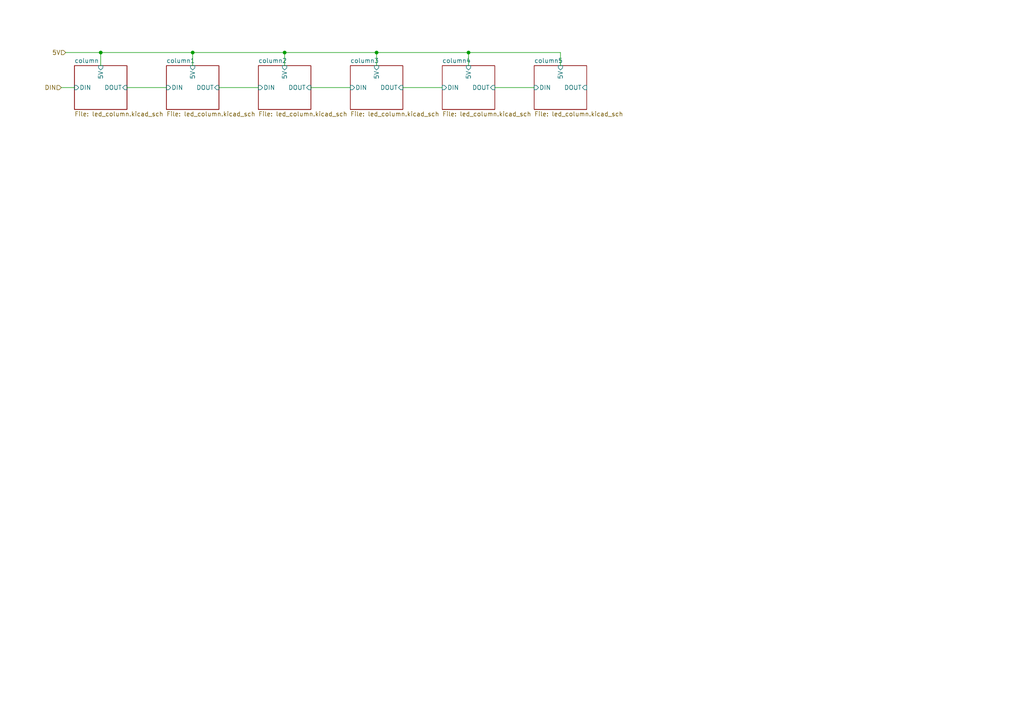
<source format=kicad_sch>
(kicad_sch
	(version 20250114)
	(generator "eeschema")
	(generator_version "9.0")
	(uuid "113e4874-f516-4521-ba12-7d3da8d9e60f")
	(paper "A4")
	(lib_symbols)
	(junction
		(at 55.88 15.24)
		(diameter 0)
		(color 0 0 0 0)
		(uuid "8b6fed59-07bc-41cc-95e6-57761977796f")
	)
	(junction
		(at 135.89 15.24)
		(diameter 0)
		(color 0 0 0 0)
		(uuid "8d47249d-67fa-46dc-a9c6-7b631592e623")
	)
	(junction
		(at 109.22 15.24)
		(diameter 0)
		(color 0 0 0 0)
		(uuid "b920a4b1-0fc5-4ae7-8d0d-963dc91fc376")
	)
	(junction
		(at 29.21 15.24)
		(diameter 0)
		(color 0 0 0 0)
		(uuid "c0d5b6ef-5892-4388-aeb6-524162d0160b")
	)
	(junction
		(at 82.55 15.24)
		(diameter 0)
		(color 0 0 0 0)
		(uuid "ed61aa6d-f9b2-431c-8daa-ad87fb3e8276")
	)
	(wire
		(pts
			(xy 116.84 25.4) (xy 128.27 25.4)
		)
		(stroke
			(width 0)
			(type default)
		)
		(uuid "090b045e-a3fb-45fc-a5c4-080fc2dc3cbd")
	)
	(wire
		(pts
			(xy 55.88 15.24) (xy 82.55 15.24)
		)
		(stroke
			(width 0)
			(type default)
		)
		(uuid "0a93210f-15e4-4d20-94f5-b50ac210f1ae")
	)
	(wire
		(pts
			(xy 135.89 15.24) (xy 109.22 15.24)
		)
		(stroke
			(width 0)
			(type default)
		)
		(uuid "19ca6325-7bf8-4fb7-994c-e590aa2b4600")
	)
	(wire
		(pts
			(xy 90.17 25.4) (xy 101.6 25.4)
		)
		(stroke
			(width 0)
			(type default)
		)
		(uuid "27dd8425-1b6d-4500-b194-c3fdf48fc8cb")
	)
	(wire
		(pts
			(xy 135.89 19.05) (xy 135.89 15.24)
		)
		(stroke
			(width 0)
			(type default)
		)
		(uuid "39e63172-296b-4a1b-ab55-9a035081e4cb")
	)
	(wire
		(pts
			(xy 29.21 19.05) (xy 29.21 15.24)
		)
		(stroke
			(width 0)
			(type default)
		)
		(uuid "456af404-7abe-4277-ae98-a232ce4f03ef")
	)
	(wire
		(pts
			(xy 82.55 15.24) (xy 109.22 15.24)
		)
		(stroke
			(width 0)
			(type default)
		)
		(uuid "48888d57-c19f-4247-935b-675b2e1cafc0")
	)
	(wire
		(pts
			(xy 162.56 15.24) (xy 135.89 15.24)
		)
		(stroke
			(width 0)
			(type default)
		)
		(uuid "64086866-29fe-40c2-916f-118186fb5e8f")
	)
	(wire
		(pts
			(xy 82.55 19.05) (xy 82.55 15.24)
		)
		(stroke
			(width 0)
			(type default)
		)
		(uuid "68f460c3-d545-4f67-b813-78411416d850")
	)
	(wire
		(pts
			(xy 29.21 15.24) (xy 19.05 15.24)
		)
		(stroke
			(width 0)
			(type default)
		)
		(uuid "7ad1dfe9-a093-408e-be3b-e7398622ee96")
	)
	(wire
		(pts
			(xy 36.83 25.4) (xy 48.26 25.4)
		)
		(stroke
			(width 0)
			(type default)
		)
		(uuid "906ffc81-98ee-4bdd-9b51-91f5c2044771")
	)
	(wire
		(pts
			(xy 55.88 19.05) (xy 55.88 15.24)
		)
		(stroke
			(width 0)
			(type default)
		)
		(uuid "90d0ed1d-eb91-41d5-90c4-ee81a048be1b")
	)
	(wire
		(pts
			(xy 17.78 25.4) (xy 21.59 25.4)
		)
		(stroke
			(width 0)
			(type default)
		)
		(uuid "9ccbebd7-afd9-4f03-b214-0ee8c108aa98")
	)
	(wire
		(pts
			(xy 29.21 15.24) (xy 55.88 15.24)
		)
		(stroke
			(width 0)
			(type default)
		)
		(uuid "db162ebc-c574-459a-916d-bab3301b1f00")
	)
	(wire
		(pts
			(xy 162.56 19.05) (xy 162.56 15.24)
		)
		(stroke
			(width 0)
			(type default)
		)
		(uuid "f1c165cc-8d44-4b0f-a256-3fd33990df58")
	)
	(wire
		(pts
			(xy 109.22 19.05) (xy 109.22 15.24)
		)
		(stroke
			(width 0)
			(type default)
		)
		(uuid "f8db3923-0708-4232-83c5-9ff2190dd236")
	)
	(wire
		(pts
			(xy 143.51 25.4) (xy 154.94 25.4)
		)
		(stroke
			(width 0)
			(type default)
		)
		(uuid "fa95847d-43c7-4378-8884-624c57f35a30")
	)
	(wire
		(pts
			(xy 63.5 25.4) (xy 74.93 25.4)
		)
		(stroke
			(width 0)
			(type default)
		)
		(uuid "ff70af09-5872-4359-9396-63a5b5dd3e26")
	)
	(hierarchical_label "DIN"
		(shape input)
		(at 17.78 25.4 180)
		(effects
			(font
				(size 1.27 1.27)
			)
			(justify right)
		)
		(uuid "0ec308ab-0ee5-4d04-b4b0-907522353bd8")
	)
	(hierarchical_label "5V"
		(shape input)
		(at 19.05 15.24 180)
		(effects
			(font
				(size 1.27 1.27)
			)
			(justify right)
		)
		(uuid "4c2947ac-ada2-4986-8b2a-c4e7971a67f4")
	)
	(sheet
		(at 101.6 19.05)
		(size 15.24 12.7)
		(exclude_from_sim no)
		(in_bom yes)
		(on_board yes)
		(dnp no)
		(fields_autoplaced yes)
		(stroke
			(width 0.1524)
			(type solid)
		)
		(fill
			(color 0 0 0 0.0000)
		)
		(uuid "0ecc1ad5-0806-4ddd-8982-8d74f4493808")
		(property "Sheetname" "column3"
			(at 101.6 18.3384 0)
			(effects
				(font
					(size 1.27 1.27)
				)
				(justify left bottom)
			)
		)
		(property "Sheetfile" "led_column.kicad_sch"
			(at 101.6 32.3346 0)
			(effects
				(font
					(size 1.27 1.27)
				)
				(justify left top)
			)
		)
		(pin "5V" input
			(at 109.22 19.05 90)
			(uuid "6aaa80b2-ccf6-4e4e-87b2-c55aff46a6c1")
			(effects
				(font
					(size 1.27 1.27)
				)
				(justify right)
			)
		)
		(pin "DIN" input
			(at 101.6 25.4 180)
			(uuid "20dad879-3e5c-4a0a-abeb-05dc843ea48b")
			(effects
				(font
					(size 1.27 1.27)
				)
				(justify left)
			)
		)
		(pin "DOUT" input
			(at 116.84 25.4 0)
			(uuid "d66eda2d-be8e-4bfe-a308-3e1d1b0eb9c5")
			(effects
				(font
					(size 1.27 1.27)
				)
				(justify right)
			)
		)
		(instances
			(project "roomsensor"
				(path "/48ddfdd8-68fa-4e63-aa18-bc113cdf8cfa/5cee5b65-7904-4d4d-b514-47220b319d3c"
					(page "17")
				)
			)
		)
	)
	(sheet
		(at 128.27 19.05)
		(size 15.24 12.7)
		(exclude_from_sim no)
		(in_bom yes)
		(on_board yes)
		(dnp no)
		(fields_autoplaced yes)
		(stroke
			(width 0.1524)
			(type solid)
		)
		(fill
			(color 0 0 0 0.0000)
		)
		(uuid "11bf6454-b3e9-4e0f-a2bf-d86f4991b37a")
		(property "Sheetname" "column4"
			(at 128.27 18.3384 0)
			(effects
				(font
					(size 1.27 1.27)
				)
				(justify left bottom)
			)
		)
		(property "Sheetfile" "led_column.kicad_sch"
			(at 128.27 32.3346 0)
			(effects
				(font
					(size 1.27 1.27)
				)
				(justify left top)
			)
		)
		(pin "5V" input
			(at 135.89 19.05 90)
			(uuid "15643367-a0f2-4eb8-b3be-09887362fbe9")
			(effects
				(font
					(size 1.27 1.27)
				)
				(justify right)
			)
		)
		(pin "DIN" input
			(at 128.27 25.4 180)
			(uuid "ddfb6cae-d320-40d1-9404-e0f3540c8d49")
			(effects
				(font
					(size 1.27 1.27)
				)
				(justify left)
			)
		)
		(pin "DOUT" input
			(at 143.51 25.4 0)
			(uuid "d877ea39-083f-4d8c-a94f-37ffd6abb68c")
			(effects
				(font
					(size 1.27 1.27)
				)
				(justify right)
			)
		)
		(instances
			(project "roomsensor"
				(path "/48ddfdd8-68fa-4e63-aa18-bc113cdf8cfa/5cee5b65-7904-4d4d-b514-47220b319d3c"
					(page "18")
				)
			)
		)
	)
	(sheet
		(at 48.26 19.05)
		(size 15.24 12.7)
		(exclude_from_sim no)
		(in_bom yes)
		(on_board yes)
		(dnp no)
		(fields_autoplaced yes)
		(stroke
			(width 0.1524)
			(type solid)
		)
		(fill
			(color 0 0 0 0.0000)
		)
		(uuid "6f60ff22-6882-4045-aed9-b264e225e22d")
		(property "Sheetname" "column1"
			(at 48.26 18.3384 0)
			(effects
				(font
					(size 1.27 1.27)
				)
				(justify left bottom)
			)
		)
		(property "Sheetfile" "led_column.kicad_sch"
			(at 48.26 32.3346 0)
			(effects
				(font
					(size 1.27 1.27)
				)
				(justify left top)
			)
		)
		(pin "5V" input
			(at 55.88 19.05 90)
			(uuid "1991fdd0-be38-4a9f-87e6-2cf89e410d69")
			(effects
				(font
					(size 1.27 1.27)
				)
				(justify right)
			)
		)
		(pin "DIN" input
			(at 48.26 25.4 180)
			(uuid "e2e81d06-4425-4cf6-86f5-2169a5c77071")
			(effects
				(font
					(size 1.27 1.27)
				)
				(justify left)
			)
		)
		(pin "DOUT" input
			(at 63.5 25.4 0)
			(uuid "3173e874-afa5-4961-973c-45e52a9e102f")
			(effects
				(font
					(size 1.27 1.27)
				)
				(justify right)
			)
		)
		(instances
			(project "roomsensor"
				(path "/48ddfdd8-68fa-4e63-aa18-bc113cdf8cfa/5cee5b65-7904-4d4d-b514-47220b319d3c"
					(page "15")
				)
			)
		)
	)
	(sheet
		(at 154.94 19.05)
		(size 15.24 12.7)
		(exclude_from_sim no)
		(in_bom yes)
		(on_board yes)
		(dnp no)
		(fields_autoplaced yes)
		(stroke
			(width 0.1524)
			(type solid)
		)
		(fill
			(color 0 0 0 0.0000)
		)
		(uuid "778dbb70-b1a5-4e69-8a33-f49ea4aaaaff")
		(property "Sheetname" "column5"
			(at 154.94 18.3384 0)
			(effects
				(font
					(size 1.27 1.27)
				)
				(justify left bottom)
			)
		)
		(property "Sheetfile" "led_column.kicad_sch"
			(at 154.94 32.3346 0)
			(effects
				(font
					(size 1.27 1.27)
				)
				(justify left top)
			)
		)
		(pin "5V" input
			(at 162.56 19.05 90)
			(uuid "f0fc3b01-115c-4e14-a3aa-6767e5b92005")
			(effects
				(font
					(size 1.27 1.27)
				)
				(justify right)
			)
		)
		(pin "DIN" input
			(at 154.94 25.4 180)
			(uuid "151d6dc3-1f10-41ef-9660-ce7d70f8e65c")
			(effects
				(font
					(size 1.27 1.27)
				)
				(justify left)
			)
		)
		(pin "DOUT" input
			(at 170.18 25.4 0)
			(uuid "963f4c03-6b72-45da-93a7-bad28958f650")
			(effects
				(font
					(size 1.27 1.27)
				)
				(justify right)
			)
		)
		(instances
			(project "roomsensor"
				(path "/48ddfdd8-68fa-4e63-aa18-bc113cdf8cfa/5cee5b65-7904-4d4d-b514-47220b319d3c"
					(page "19")
				)
			)
		)
	)
	(sheet
		(at 21.59 19.05)
		(size 15.24 12.7)
		(exclude_from_sim no)
		(in_bom yes)
		(on_board yes)
		(dnp no)
		(fields_autoplaced yes)
		(stroke
			(width 0.1524)
			(type solid)
		)
		(fill
			(color 0 0 0 0.0000)
		)
		(uuid "a7449c57-9bac-43ec-8ed7-432d7f1a6e1f")
		(property "Sheetname" "column"
			(at 21.59 18.3384 0)
			(effects
				(font
					(size 1.27 1.27)
				)
				(justify left bottom)
			)
		)
		(property "Sheetfile" "led_column.kicad_sch"
			(at 21.59 32.3346 0)
			(effects
				(font
					(size 1.27 1.27)
				)
				(justify left top)
			)
		)
		(pin "5V" input
			(at 29.21 19.05 90)
			(uuid "5762bd57-e9c3-4408-a57b-c688dca09bd2")
			(effects
				(font
					(size 1.27 1.27)
				)
				(justify right)
			)
		)
		(pin "DIN" input
			(at 21.59 25.4 180)
			(uuid "6512ff4d-333f-44c3-a7d3-9222e09a9adb")
			(effects
				(font
					(size 1.27 1.27)
				)
				(justify left)
			)
		)
		(pin "DOUT" input
			(at 36.83 25.4 0)
			(uuid "109d035c-e294-4fce-964a-26a0168defe9")
			(effects
				(font
					(size 1.27 1.27)
				)
				(justify right)
			)
		)
		(instances
			(project "roomsensor"
				(path "/48ddfdd8-68fa-4e63-aa18-bc113cdf8cfa/5cee5b65-7904-4d4d-b514-47220b319d3c"
					(page "14")
				)
			)
		)
	)
	(sheet
		(at 74.93 19.05)
		(size 15.24 12.7)
		(exclude_from_sim no)
		(in_bom yes)
		(on_board yes)
		(dnp no)
		(fields_autoplaced yes)
		(stroke
			(width 0.1524)
			(type solid)
		)
		(fill
			(color 0 0 0 0.0000)
		)
		(uuid "fe8b48c0-855d-44c3-964c-edaa634fd58c")
		(property "Sheetname" "column2"
			(at 74.93 18.3384 0)
			(effects
				(font
					(size 1.27 1.27)
				)
				(justify left bottom)
			)
		)
		(property "Sheetfile" "led_column.kicad_sch"
			(at 74.93 32.3346 0)
			(effects
				(font
					(size 1.27 1.27)
				)
				(justify left top)
			)
		)
		(pin "5V" input
			(at 82.55 19.05 90)
			(uuid "2a67be44-d521-4866-8512-25fd27359346")
			(effects
				(font
					(size 1.27 1.27)
				)
				(justify right)
			)
		)
		(pin "DIN" input
			(at 74.93 25.4 180)
			(uuid "343c3f29-9cbc-4604-8e39-44b66e1e2538")
			(effects
				(font
					(size 1.27 1.27)
				)
				(justify left)
			)
		)
		(pin "DOUT" input
			(at 90.17 25.4 0)
			(uuid "5901ecae-6f47-405c-9f41-e8701ba20d2f")
			(effects
				(font
					(size 1.27 1.27)
				)
				(justify right)
			)
		)
		(instances
			(project "roomsensor"
				(path "/48ddfdd8-68fa-4e63-aa18-bc113cdf8cfa/5cee5b65-7904-4d4d-b514-47220b319d3c"
					(page "16")
				)
			)
		)
	)
)

</source>
